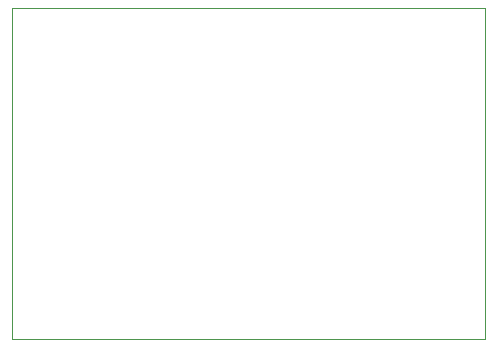
<source format=gbr>
%TF.GenerationSoftware,KiCad,Pcbnew,(5.1.9)-1*%
%TF.CreationDate,2021-08-19T10:12:21-05:00*%
%TF.ProjectId,rele,72656c65-2e6b-4696-9361-645f70636258,rev?*%
%TF.SameCoordinates,Original*%
%TF.FileFunction,Profile,NP*%
%FSLAX46Y46*%
G04 Gerber Fmt 4.6, Leading zero omitted, Abs format (unit mm)*
G04 Created by KiCad (PCBNEW (5.1.9)-1) date 2021-08-19 10:12:21*
%MOMM*%
%LPD*%
G01*
G04 APERTURE LIST*
%TA.AperFunction,Profile*%
%ADD10C,0.100000*%
%TD*%
G04 APERTURE END LIST*
D10*
X140000000Y-63000000D02*
X140000000Y-91000000D01*
X100000000Y-63000000D02*
X140000000Y-63000000D01*
X100000000Y-91000000D02*
X100000000Y-63000000D01*
X140000000Y-91000000D02*
X100000000Y-91000000D01*
M02*

</source>
